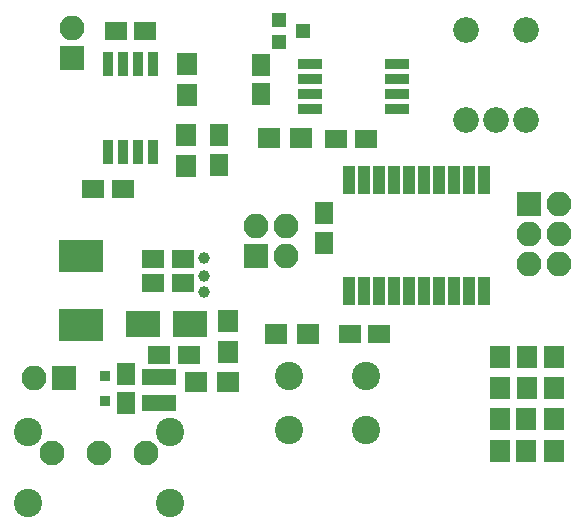
<source format=gts>
G04 #@! TF.FileFunction,Soldermask,Top*
%FSLAX46Y46*%
G04 Gerber Fmt 4.6, Leading zero omitted, Abs format (unit mm)*
G04 Created by KiCad (PCBNEW 4.0.7) date 11/06/17 18:42:07*
%MOMM*%
%LPD*%
G01*
G04 APERTURE LIST*
%ADD10C,0.100000*%
%ADD11C,1.000000*%
%ADD12R,2.100000X2.100000*%
%ADD13O,2.100000X2.100000*%
%ADD14R,1.000000X2.350000*%
%ADD15C,2.400000*%
%ADD16C,2.178000*%
%ADD17R,1.900000X1.650000*%
%ADD18R,1.650000X1.900000*%
%ADD19R,1.700000X1.900000*%
%ADD20R,1.300000X1.200000*%
%ADD21R,3.829000X2.813000*%
%ADD22R,1.900000X1.700000*%
%ADD23R,2.150000X0.950000*%
%ADD24R,0.950000X2.150000*%
%ADD25R,1.050000X1.460000*%
%ADD26R,0.900000X0.900000*%
%ADD27R,2.900000X2.200000*%
%ADD28C,2.100000*%
G04 APERTURE END LIST*
D10*
D11*
X51181000Y-154432000D03*
X51181000Y-153035000D03*
X51181000Y-151511000D03*
D12*
X55626000Y-151384000D03*
D13*
X55626000Y-148844000D03*
X58166000Y-151384000D03*
X58166000Y-148844000D03*
D14*
X63500000Y-154306000D03*
X64770000Y-154306000D03*
X66040000Y-154306000D03*
X67310000Y-154306000D03*
X68580000Y-154306000D03*
X69850000Y-154306000D03*
X71120000Y-154306000D03*
X72390000Y-154306000D03*
X73660000Y-154306000D03*
X74930000Y-154306000D03*
X74930000Y-144906000D03*
X73660000Y-144906000D03*
X72390000Y-144906000D03*
X71120000Y-144906000D03*
X69850000Y-144906000D03*
X68580000Y-144906000D03*
X67310000Y-144906000D03*
X66040000Y-144906000D03*
X64770000Y-144906000D03*
X63500000Y-144906000D03*
D15*
X64897000Y-161544000D03*
X64897000Y-166044000D03*
X58397000Y-161544000D03*
X58397000Y-166044000D03*
D16*
X73406000Y-132207000D03*
X78486000Y-132207000D03*
X78486000Y-139827000D03*
X75946000Y-139827000D03*
X73406000Y-139827000D03*
D17*
X66040000Y-157988000D03*
X63540000Y-157988000D03*
D18*
X61341000Y-150201000D03*
X61341000Y-147701000D03*
D17*
X64897000Y-141478000D03*
X62397000Y-141478000D03*
D18*
X52451000Y-143637000D03*
X52451000Y-141137000D03*
D17*
X43708000Y-132334000D03*
X46208000Y-132334000D03*
X41803000Y-145669000D03*
X44303000Y-145669000D03*
X47391000Y-159766000D03*
X49891000Y-159766000D03*
D18*
X44577000Y-163810000D03*
X44577000Y-161310000D03*
D17*
X46903000Y-153670000D03*
X49403000Y-153670000D03*
X46903000Y-151638000D03*
X49403000Y-151638000D03*
D19*
X80826188Y-167860908D03*
X80826188Y-165160908D03*
X78413188Y-167860908D03*
X78413188Y-165160908D03*
X76254188Y-167860908D03*
X76254188Y-165160908D03*
D20*
X57531000Y-131323000D03*
X57531000Y-133223000D03*
X59531000Y-132273000D03*
D12*
X78740000Y-146939000D03*
D13*
X81280000Y-146939000D03*
X78740000Y-149479000D03*
X81280000Y-149479000D03*
X78740000Y-152019000D03*
X81280000Y-152019000D03*
D12*
X39370000Y-161671000D03*
D13*
X36830000Y-161671000D03*
D12*
X40005000Y-134620000D03*
D13*
X40005000Y-132080000D03*
D21*
X40767000Y-157226000D03*
X40767000Y-151384000D03*
D22*
X57277000Y-157988000D03*
X59977000Y-157988000D03*
D19*
X80826188Y-159859908D03*
X80826188Y-162559908D03*
X78540188Y-159859908D03*
X78540188Y-162559908D03*
X76254188Y-159859908D03*
X76254188Y-162559908D03*
D22*
X56689000Y-141351000D03*
X59389000Y-141351000D03*
D19*
X49657000Y-143764000D03*
X49657000Y-141064000D03*
X49784000Y-135048000D03*
X49784000Y-137748000D03*
X53213000Y-156812000D03*
X53213000Y-159512000D03*
D22*
X53213000Y-162052000D03*
X50513000Y-162052000D03*
D23*
X67564000Y-138938000D03*
X67564000Y-137668000D03*
X67564000Y-136398000D03*
X67564000Y-135128000D03*
X60164000Y-135128000D03*
X60164000Y-136398000D03*
X60164000Y-137668000D03*
X60164000Y-138938000D03*
D24*
X43053000Y-142511000D03*
X44323000Y-142511000D03*
X45593000Y-142511000D03*
X46863000Y-142511000D03*
X46863000Y-135111000D03*
X45593000Y-135111000D03*
X44323000Y-135111000D03*
X43053000Y-135111000D03*
D25*
X46421000Y-163787000D03*
X47371000Y-163787000D03*
X48321000Y-163787000D03*
X48321000Y-161587000D03*
X46421000Y-161587000D03*
X47371000Y-161587000D03*
D26*
X42799000Y-163660000D03*
X42799000Y-161460000D03*
D27*
X46006000Y-157099000D03*
X50006000Y-157099000D03*
D18*
X56007000Y-135148000D03*
X56007000Y-137648000D03*
D15*
X36291000Y-166271000D03*
X48291000Y-166271000D03*
X48291000Y-172271000D03*
X36291000Y-172271000D03*
D28*
X38291000Y-168021000D03*
X42291000Y-168021000D03*
X46291000Y-168021000D03*
M02*

</source>
